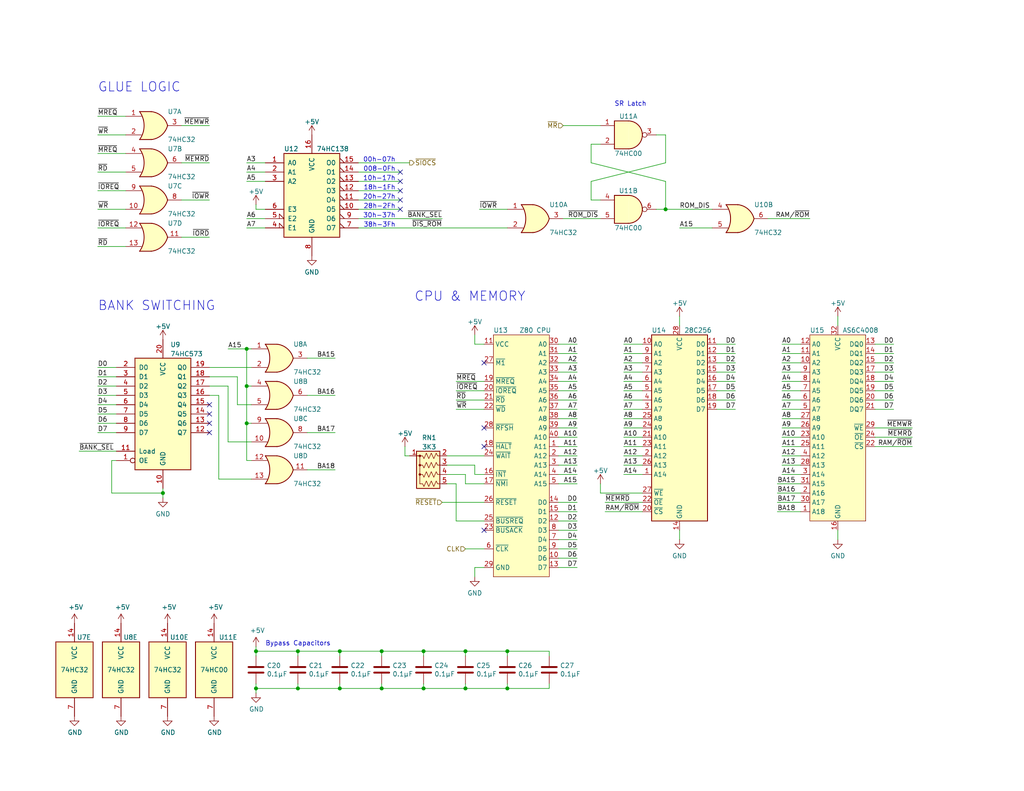
<source format=kicad_sch>
(kicad_sch (version 20211123) (generator eeschema)
  (paper "USLetter")
  (title_block (title "CPU, EEPROM, RAM & basic logic") (date "2022-10-02") (rev "1") (company "Frederic Segard - aka: The Micro Hobbyist") (comment 1 "Based on Grant Searle's design"))
  (lib_symbols
    (symbol "0_Z80_Library:AS6C4008"
      (property "Reference" "U" (at -7.62 0.635 0))
      (property "Value" "AS6C4008" (at 1.27 0.635 0))
      (symbol "AS6C4008_0_0"
        (pin power_in line (at 0 -53.34 90) (length 2.54) (name "GND") (number "16"))
        (pin power_in line (at 0 2.54 270) (length 2.54) (name "VCC") (number "32"))
      )
      (symbol "AS6C4008_1_1"
        (pin input line (at -10.16 -48.26 0) (length 2.54) (name "A18") (number "1"))
        (pin input line (at -10.16 -7.62 0) (length 2.54) (name "A2") (number "10"))
        (pin input line (at -10.16 -5.08 0) (length 2.54) (name "A1") (number "11"))
        (pin input line (at -10.16 -2.54 0) (length 2.54) (name "A0") (number "12"))
        (pin tri_state line (at 10.16 -2.54 180) (length 2.54) (name "DQ0") (number "13"))
        (pin tri_state line (at 10.16 -5.08 180) (length 2.54) (name "DQ1") (number "14"))
        (pin tri_state line (at 10.16 -7.62 180) (length 2.54) (name "DQ2") (number "15"))
        (pin tri_state line (at 10.16 -10.16 180) (length 2.54) (name "DQ3") (number "17"))
        (pin tri_state line (at 10.16 -12.7 180) (length 2.54) (name "DQ4") (number "18"))
        (pin tri_state line (at 10.16 -15.24 180) (length 2.54) (name "DQ5") (number "19"))
        (pin input line (at -10.16 -43.18 0) (length 2.54) (name "A16") (number "2"))
        (pin tri_state line (at 10.16 -17.78 180) (length 2.54) (name "DQ6") (number "20"))
        (pin tri_state line (at 10.16 -20.32 180) (length 2.54) (name "DQ7") (number "21"))
        (pin input line (at 10.16 -30.48 180) (length 2.54) (name "~{CS}") (number "22"))
        (pin input line (at -10.16 -27.94 0) (length 2.54) (name "A10") (number "23"))
        (pin input line (at 10.16 -27.94 180) (length 2.54) (name "~{OE}") (number "24"))
        (pin input line (at -10.16 -30.48 0) (length 2.54) (name "A11") (number "25"))
        (pin input line (at -10.16 -25.4 0) (length 2.54) (name "A9") (number "26"))
        (pin input line (at -10.16 -22.86 0) (length 2.54) (name "A8") (number "27"))
        (pin input line (at -10.16 -35.56 0) (length 2.54) (name "A13") (number "28"))
        (pin input line (at 10.16 -25.4 180) (length 2.54) (name "~{WE}") (number "29"))
        (pin input line (at -10.16 -38.1 0) (length 2.54) (name "A14") (number "3"))
        (pin input line (at -10.16 -45.72 0) (length 2.54) (name "A17") (number "30"))
        (pin input line (at -10.16 -40.64 0) (length 2.54) (name "A15") (number "31"))
        (pin input line (at -10.16 -33.02 0) (length 2.54) (name "A12") (number "4"))
        (pin input line (at -10.16 -20.32 0) (length 2.54) (name "A7") (number "5"))
        (pin input line (at -10.16 -17.78 0) (length 2.54) (name "A6") (number "6"))
        (pin input line (at -10.16 -15.24 0) (length 2.54) (name "A5") (number "7"))
        (pin input line (at -10.16 -12.7 0) (length 2.54) (name "A4") (number "8"))
        (pin input line (at -10.16 -10.16 0) (length 2.54) (name "A3") (number "9"))
      )
    )
    (symbol "0_Z80_Library:Z80 CPU"
      (property "Reference" "U" (at -7.62 1.27 0))
      (property "Value" "Z80 CPU" (at 7.62 1.27 0))
      (symbol "Z80 CPU_1_1"
        (pin output line (at 10.16 -30.48 180) (length 2.54) (name "A11") (number "1"))
        (pin bidirectional line (at 10.16 -60.96 180) (length 2.54) (name "D6") (number "10"))
        (pin power_in line (at -10.16 -2.54 0) (length 2.54) (name "VCC") (number "11"))
        (pin bidirectional line (at 10.16 -50.8 180) (length 2.54) (name "D2") (number "12"))
        (pin bidirectional line (at 10.16 -63.5 180) (length 2.54) (name "D7") (number "13"))
        (pin bidirectional line (at 10.16 -45.72 180) (length 2.54) (name "D0") (number "14"))
        (pin bidirectional line (at 10.16 -48.26 180) (length 2.54) (name "D1") (number "15"))
        (pin input line (at -10.16 -38.1 0) (length 2.54) (name "~{INT}") (number "16"))
        (pin input line (at -10.16 -40.64 0) (length 2.54) (name "~{NMI}") (number "17"))
        (pin output line (at -10.16 -30.48 0) (length 2.54) (name "~{HALT}") (number "18"))
        (pin output line (at -10.16 -12.7 0) (length 2.54) (name "~{MREQ}") (number "19"))
        (pin output line (at 10.16 -33.02 180) (length 2.54) (name "A12") (number "2"))
        (pin output line (at -10.16 -15.24 0) (length 2.54) (name "~{IOREQ}") (number "20"))
        (pin output line (at -10.16 -17.78 0) (length 2.54) (name "~{RD}") (number "21"))
        (pin output line (at -10.16 -20.32 0) (length 2.54) (name "~{WD}") (number "22"))
        (pin output line (at -10.16 -53.34 0) (length 2.54) (name "~{BUSACK}") (number "23"))
        (pin input line (at -10.16 -33.02 0) (length 2.54) (name "~{WAIT}") (number "24"))
        (pin input line (at -10.16 -50.8 0) (length 2.54) (name "~{BUSREQ}") (number "25"))
        (pin input line (at -10.16 -45.72 0) (length 2.54) (name "~{RESET}") (number "26"))
        (pin output line (at -10.16 -7.62 0) (length 2.54) (name "~{M1}") (number "27"))
        (pin output line (at -10.16 -25.4 0) (length 2.54) (name "~{RFSH}") (number "28"))
        (pin power_in line (at -10.16 -63.5 0) (length 2.54) (name "GND") (number "29"))
        (pin output line (at 10.16 -35.56 180) (length 2.54) (name "A13") (number "3"))
        (pin output line (at 10.16 -2.54 180) (length 2.54) (name "A0") (number "30"))
        (pin output line (at 10.16 -5.08 180) (length 2.54) (name "A1") (number "31"))
        (pin output line (at 10.16 -7.62 180) (length 2.54) (name "A2") (number "32"))
        (pin output line (at 10.16 -10.16 180) (length 2.54) (name "A3") (number "33"))
        (pin output line (at 10.16 -12.7 180) (length 2.54) (name "A4") (number "34"))
        (pin output line (at 10.16 -15.24 180) (length 2.54) (name "A5") (number "35"))
        (pin output line (at 10.16 -17.78 180) (length 2.54) (name "A6") (number "36"))
        (pin output line (at 10.16 -20.32 180) (length 2.54) (name "A7") (number "37"))
        (pin output line (at 10.16 -22.86 180) (length 2.54) (name "A8") (number "38"))
        (pin output line (at 10.16 -25.4 180) (length 2.54) (name "A9") (number "39"))
        (pin output line (at 10.16 -38.1 180) (length 2.54) (name "A14") (number "4"))
        (pin output line (at 10.16 -27.94 180) (length 2.54) (name "A10") (number "40"))
        (pin output line (at 10.16 -40.64 180) (length 2.54) (name "A15") (number "5"))
        (pin input line (at -10.16 -58.42 0) (length 2.54) (name "~{CLK}") (number "6"))
        (pin bidirectional line (at 10.16 -55.88 180) (length 2.54) (name "D4") (number "7"))
        (pin bidirectional line (at 10.16 -53.34 180) (length 2.54) (name "D3") (number "8"))
        (pin bidirectional line (at 10.16 -58.42 180) (length 2.54) (name "D5") (number "9"))
      )
    )
    (symbol "74xx:74HC00" (pin_names (offset 1.016))
      (property "Reference" "U" (at 0 1.27 0))
      (property "Value" "74HC00" (at 0 -1.27 0))
      (symbol "74HC00_1_1"
        (pin input line (at -7.62 2.54 0) (length 3.81) (name "~") (number "1"))
        (pin input line (at -7.62 -2.54 0) (length 3.81) (name "~") (number "2"))
        (pin output inverted (at 7.62 0 180) (length 3.81) (name "~") (number "3"))
      )
      (symbol "74HC00_1_2"
        (pin input inverted (at -7.62 2.54 0) (length 4.318) (name "~") (number "1"))
        (pin input inverted (at -7.62 -2.54 0) (length 4.318) (name "~") (number "2"))
        (pin output line (at 7.62 0 180) (length 3.81) (name "~") (number "3"))
      )
      (symbol "74HC00_2_1"
        (pin input line (at -7.62 2.54 0) (length 3.81) (name "~") (number "4"))
        (pin input line (at -7.62 -2.54 0) (length 3.81) (name "~") (number "5"))
        (pin output inverted (at 7.62 0 180) (length 3.81) (name "~") (number "6"))
      )
      (symbol "74HC00_2_2"
        (pin input inverted (at -7.62 2.54 0) (length 4.318) (name "~") (number "4"))
        (pin input inverted (at -7.62 -2.54 0) (length 4.318) (name "~") (number "5"))
        (pin output line (at 7.62 0 180) (length 3.81) (name "~") (number "6"))
      )
      (symbol "74HC00_3_1"
        (pin input line (at -7.62 -2.54 0) (length 3.81) (name "~") (number "10"))
        (pin output inverted (at 7.62 0 180) (length 3.81) (name "~") (number "8"))
        (pin input line (at -7.62 2.54 0) (length 3.81) (name "~") (number "9"))
      )
      (symbol "74HC00_3_2"
        (pin input inverted (at -7.62 -2.54 0) (length 4.318) (name "~") (number "10"))
        (pin output line (at 7.62 0 180) (length 3.81) (name "~") (number "8"))
        (pin input inverted (at -7.62 2.54 0) (length 4.318) (name "~") (number "9"))
      )
      (symbol "74HC00_4_1"
        (pin output inverted (at 7.62 0 180) (length 3.81) (name "~") (number "11"))
        (pin input line (at -7.62 2.54 0) (length 3.81) (name "~") (number "12"))
        (pin input line (at -7.62 -2.54 0) (length 3.81) (name "~") (number "13"))
      )
      (symbol "74HC00_4_2"
        (pin output line (at 7.62 0 180) (length 3.81) (name "~") (number "11"))
        (pin input inverted (at -7.62 2.54 0) (length 4.318) (name "~") (number "12"))
        (pin input inverted (at -7.62 -2.54 0) (length 4.318) (name "~") (number "13"))
      )
      (symbol "74HC00_5_0"
        (pin power_in line (at 0 12.7 270) (length 5.08) (name "VCC") (number "14"))
        (pin power_in line (at 0 -12.7 90) (length 5.08) (name "GND") (number "7"))
      )
    )
    (symbol "74xx:74LS138" (pin_names (offset 1.016))
      (property "Reference" "U" (at -7.62 11.43 0))
      (property "Value" "74LS138" (at -7.62 -13.97 0))
      (symbol "74LS138_1_0"
        (pin input line (at -12.7 7.62 0) (length 5.08) (name "A0") (number "1"))
        (pin output output_low (at 12.7 -5.08 180) (length 5.08) (name "O5") (number "10"))
        (pin output output_low (at 12.7 -2.54 180) (length 5.08) (name "O4") (number "11"))
        (pin output output_low (at 12.7 0 180) (length 5.08) (name "O3") (number "12"))
        (pin output output_low (at 12.7 2.54 180) (length 5.08) (name "O2") (number "13"))
        (pin output output_low (at 12.7 5.08 180) (length 5.08) (name "O1") (number "14"))
        (pin output output_low (at 12.7 7.62 180) (length 5.08) (name "O0") (number "15"))
        (pin power_in line (at 0 15.24 270) (length 5.08) (name "VCC") (number "16"))
        (pin input line (at -12.7 5.08 0) (length 5.08) (name "A1") (number "2"))
        (pin input line (at -12.7 2.54 0) (length 5.08) (name "A2") (number "3"))
        (pin input input_low (at -12.7 -10.16 0) (length 5.08) (name "E1") (number "4"))
        (pin input input_low (at -12.7 -7.62 0) (length 5.08) (name "E2") (number "5"))
        (pin input line (at -12.7 -5.08 0) (length 5.08) (name "E3") (number "6"))
        (pin output output_low (at 12.7 -10.16 180) (length 5.08) (name "O7") (number "7"))
        (pin power_in line (at 0 -17.78 90) (length 5.08) (name "GND") (number "8"))
        (pin output output_low (at 12.7 -7.62 180) (length 5.08) (name "O6") (number "9"))
      )
    )
    (symbol "74xx:74LS32" (pin_names (offset 1.016))
      (property "Reference" "U" (at 0 1.27 0))
      (property "Value" "74LS32" (at 0 -1.27 0))
      (symbol "74LS32_1_1"
        (pin input line (at -7.62 2.54 0) (length 4.318) (name "~") (number "1"))
        (pin input line (at -7.62 -2.54 0) (length 4.318) (name "~") (number "2"))
        (pin output line (at 7.62 0 180) (length 3.81) (name "~") (number "3"))
      )
      (symbol "74LS32_1_2"
        (pin input inverted (at -7.62 2.54 0) (length 3.81) (name "~") (number "1"))
        (pin input inverted (at -7.62 -2.54 0) (length 3.81) (name "~") (number "2"))
        (pin output inverted (at 7.62 0 180) (length 3.81) (name "~") (number "3"))
      )
      (symbol "74LS32_2_1"
        (pin input line (at -7.62 2.54 0) (length 4.318) (name "~") (number "4"))
        (pin input line (at -7.62 -2.54 0) (length 4.318) (name "~") (number "5"))
        (pin output line (at 7.62 0 180) (length 3.81) (name "~") (number "6"))
      )
      (symbol "74LS32_2_2"
        (pin input inverted (at -7.62 2.54 0) (length 3.81) (name "~") (number "4"))
        (pin input inverted (at -7.62 -2.54 0) (length 3.81) (name "~") (number "5"))
        (pin output inverted (at 7.62 0 180) (length 3.81) (name "~") (number "6"))
      )
      (symbol "74LS32_3_1"
        (pin input line (at -7.62 -2.54 0) (length 4.318) (name "~") (number "10"))
        (pin output line (at 7.62 0 180) (length 3.81) (name "~") (number "8"))
        (pin input line (at -7.62 2.54 0) (length 4.318) (name "~") (number "9"))
      )
      (symbol "74LS32_3_2"
        (pin input inverted (at -7.62 -2.54 0) (length 3.81) (name "~") (number "10"))
        (pin output inverted (at 7.62 0 180) (length 3.81) (name "~") (number "8"))
        (pin input inverted (at -7.62 2.54 0) (length 3.81) (name "~") (number "9"))
      )
      (symbol "74LS32_4_1"
        (pin output line (at 7.62 0 180) (length 3.81) (name "~") (number "11"))
        (pin input line (at -7.62 2.54 0) (length 4.318) (name "~") (number "12"))
        (pin input line (at -7.62 -2.54 0) (length 4.318) (name "~") (number "13"))
      )
      (symbol "74LS32_4_2"
        (pin output inverted (at 7.62 0 180) (length 3.81) (name "~") (number "11"))
        (pin input inverted (at -7.62 2.54 0) (length 3.81) (name "~") (number "12"))
        (pin input inverted (at -7.62 -2.54 0) (length 3.81) (name "~") (number "13"))
      )
      (symbol "74LS32_5_0"
        (pin power_in line (at 0 12.7 270) (length 5.08) (name "VCC") (number "14"))
        (pin power_in line (at 0 -12.7 90) (length 5.08) (name "GND") (number "7"))
      )
    )
    (symbol "74xx:74LS573" (pin_names (offset 1.016))
      (property "Reference" "U" (at -7.62 16.51 0))
      (property "Value" "74LS573" (at -7.62 -16.51 0))
      (symbol "74LS573_1_0"
        (pin input inverted (at -12.7 -12.7 0) (length 5.08) (name "OE") (number "1"))
        (pin power_in line (at 0 -20.32 90) (length 5.08) (name "GND") (number "10"))
        (pin input line (at -12.7 -10.16 0) (length 5.08) (name "Load") (number "11"))
        (pin tri_state line (at 12.7 -5.08 180) (length 5.08) (name "Q7") (number "12"))
        (pin tri_state line (at 12.7 -2.54 180) (length 5.08) (name "Q6") (number "13"))
        (pin tri_state line (at 12.7 0 180) (length 5.08) (name "Q5") (number "14"))
        (pin tri_state line (at 12.7 2.54 180) (length 5.08) (name "Q4") (number "15"))
        (pin tri_state line (at 12.7 5.08 180) (length 5.08) (name "Q3") (number "16"))
        (pin tri_state line (at 12.7 7.62 180) (length 5.08) (name "Q2") (number "17"))
        (pin tri_state line (at 12.7 10.16 180) (length 5.08) (name "Q1") (number "18"))
        (pin tri_state line (at 12.7 12.7 180) (length 5.08) (name "Q0") (number "19"))
        (pin input line (at -12.7 12.7 0) (length 5.08) (name "D0") (number "2"))
        (pin power_in line (at 0 20.32 270) (length 5.08) (name "VCC") (number "20"))
        (pin input line (at -12.7 10.16 0) (length 5.08) (name "D1") (number "3"))
        (pin input line (at -12.7 7.62 0) (length 5.08) (name "D2") (number "4"))
        (pin input line (at -12.7 5.08 0) (length 5.08) (name "D3") (number "5"))
        (pin input line (at -12.7 2.54 0) (length 5.08) (name "D4") (number "6"))
        (pin input line (at -12.7 0 0) (length 5.08) (name "D5") (number "7"))
        (pin input line (at -12.7 -2.54 0) (length 5.08) (name "D6") (number "8"))
        (pin input line (at -12.7 -5.08 0) (length 5.08) (name "D7") (number "9"))
      )
    )
    (symbol "Device:C" (pin_numbers hide) (pin_names (offset 0.254))
      (property "Reference" "C" (at 0.635 2.54 0))
      (property "Value" "C" (at 0.635 -2.54 0))
      (symbol "C_1_1"
        (pin passive line (at 0 3.81 270) (length 2.794) (name "~") (number "1"))
        (pin passive line (at 0 -3.81 90) (length 2.794) (name "~") (number "2"))
      )
    )
    (symbol "Device:R_Network04_US" (pin_names (offset 0) hide)
      (property "Reference" "RN" (at -7.62 0 90))
      (property "Value" "R_Network04_US" (at 5.08 0 90))
      (symbol "R_Network04_US_1_1"
        (pin passive line (at -5.08 5.08 270) (length 2.54) (name "common") (number "1"))
        (pin passive line (at -5.08 -5.08 90) (length 1.27) (name "R1") (number "2"))
        (pin passive line (at -2.54 -5.08 90) (length 1.27) (name "R2") (number "3"))
        (pin passive line (at 0 -5.08 90) (length 1.27) (name "R3") (number "4"))
        (pin passive line (at 2.54 -5.08 90) (length 1.27) (name "R4") (number "5"))
      )
    )
    (symbol "Memory_EEPROM:28C256"
      (property "Reference" "U" (at -7.62 26.67 0))
      (property "Value" "28C256" (at 2.54 -26.67 0))
      (symbol "28C256_1_1"
        (pin input line (at -10.16 -12.7 0) (length 2.54) (name "A14") (number "1"))
        (pin input line (at -10.16 22.86 0) (length 2.54) (name "A0") (number "10"))
        (pin tri_state line (at 10.16 22.86 180) (length 2.54) (name "D0") (number "11"))
        (pin tri_state line (at 10.16 20.32 180) (length 2.54) (name "D1") (number "12"))
        (pin tri_state line (at 10.16 17.78 180) (length 2.54) (name "D2") (number "13"))
        (pin power_in line (at 0 -27.94 90) (length 2.54) (name "GND") (number "14"))
        (pin tri_state line (at 10.16 15.24 180) (length 2.54) (name "D3") (number "15"))
        (pin tri_state line (at 10.16 12.7 180) (length 2.54) (name "D4") (number "16"))
        (pin tri_state line (at 10.16 10.16 180) (length 2.54) (name "D5") (number "17"))
        (pin tri_state line (at 10.16 7.62 180) (length 2.54) (name "D6") (number "18"))
        (pin tri_state line (at 10.16 5.08 180) (length 2.54) (name "D7") (number "19"))
        (pin input line (at -10.16 -7.62 0) (length 2.54) (name "A12") (number "2"))
        (pin input line (at -10.16 -22.86 0) (length 2.54) (name "~{CS}") (number "20"))
        (pin input line (at -10.16 -2.54 0) (length 2.54) (name "A10") (number "21"))
        (pin input line (at -10.16 -20.32 0) (length 2.54) (name "~{OE}") (number "22"))
        (pin input line (at -10.16 -5.08 0) (length 2.54) (name "A11") (number "23"))
        (pin input line (at -10.16 0 0) (length 2.54) (name "A9") (number "24"))
        (pin input line (at -10.16 2.54 0) (length 2.54) (name "A8") (number "25"))
        (pin input line (at -10.16 -10.16 0) (length 2.54) (name "A13") (number "26"))
        (pin input line (at -10.16 -17.78 0) (length 2.54) (name "~{WE}") (number "27"))
        (pin power_in line (at 0 27.94 270) (length 2.54) (name "VCC") (number "28"))
        (pin input line (at -10.16 5.08 0) (length 2.54) (name "A7") (number "3"))
        (pin input line (at -10.16 7.62 0) (length 2.54) (name "A6") (number "4"))
        (pin input line (at -10.16 10.16 0) (length 2.54) (name "A5") (number "5"))
        (pin input line (at -10.16 12.7 0) (length 2.54) (name "A4") (number "6"))
        (pin input line (at -10.16 15.24 0) (length 2.54) (name "A3") (number "7"))
        (pin input line (at -10.16 17.78 0) (length 2.54) (name "A2") (number "8"))
        (pin input line (at -10.16 20.32 0) (length 2.54) (name "A1") (number "9"))
      )
    )
    (symbol "power:+5V" (power) (pin_names (offset 0))
      (property "Value" "+5V" (at 0 3.556 0))
      (symbol "+5V_1_1"
        (pin power_in line (at 0 0 90) (length 0) hide (name "+5V") (number "1"))
      )
    )
    (symbol "power:GND" (power) (pin_names (offset 0))
      (property "Value" "GND" (at 0 -3.81 0))
      (symbol "GND_1_1"
        (pin power_in line (at 0 0 270) (length 0) hide (name "GND") (number "1"))
      )
    )
  )
  (junction (at 44.45 134.62))
  (junction (at 138.43 177.8))
  (junction (at 92.71 187.96))
  (junction (at 81.28 187.96))
  (junction (at 67.31 115.57))
  (junction (at 115.57 187.96))
  (junction (at 92.71 177.8))
  (junction (at 127 187.96))
  (junction (at 181.61 57.15))
  (junction (at 67.31 95.25))
  (junction (at 138.43 187.96))
  (junction (at 69.85 177.8))
  (junction (at 81.28 177.8))
  (junction (at 127 177.8))
  (junction (at 69.85 187.96))
  (junction (at 115.57 177.8))
  (junction (at 104.14 187.96))
  (junction (at 67.31 105.41))
  (junction (at 104.14 177.8))
  (no_connect (at 132.08 99.06))
  (no_connect (at 132.08 121.92))
  (no_connect (at 132.08 144.78))
  (no_connect (at 57.15 113.03))
  (no_connect (at 57.15 115.57))
  (no_connect (at 57.15 118.11))
  (no_connect (at 57.15 110.49))
  (no_connect (at 109.22 57.15))
  (no_connect (at 109.22 46.99))
  (no_connect (at 109.22 52.07))
  (no_connect (at 109.22 54.61))
  (no_connect (at 132.08 116.84))
  (no_connect (at 109.22 49.53))
  (wire (pts (xy 218.44 121.92) (xy 213.36 121.92)))
  (wire (pts (xy 228.6 144.78) (xy 228.6 147.32)))
  (wire (pts (xy 121.92 124.46) (xy 132.08 124.46)))
  (wire (pts (xy 67.31 95.25) (xy 67.31 105.41)))
  (wire (pts (xy 67.31 105.41) (xy 67.31 115.57)))
  (wire (pts (xy 149.86 177.8) (xy 138.43 177.8)))
  (wire (pts (xy 104.14 177.8) (xy 92.71 177.8)))
  (wire (pts (xy 175.26 119.38) (xy 170.18 119.38)))
  (wire (pts (xy 175.26 127) (xy 170.18 127)))
  (wire (pts (xy 149.86 186.69) (xy 149.86 187.96)))
  (wire (pts (xy 81.28 186.69) (xy 81.28 187.96)))
  (wire (pts (xy 127 129.54) (xy 127 132.08)))
  (wire (pts (xy 62.23 120.65) (xy 62.23 105.41)))
  (wire (pts (xy 152.4 154.94) (xy 157.48 154.94)))
  (wire (pts (xy 138.43 177.8) (xy 127 177.8)))
  (wire (pts (xy 129.54 129.54) (xy 132.08 129.54)))
  (wire (pts (xy 175.26 121.92) (xy 170.18 121.92)))
  (wire (pts (xy 129.54 127) (xy 129.54 129.54)))
  (wire (pts (xy 83.82 118.11) (xy 91.44 118.11)))
  (wire (pts (xy 238.76 93.98) (xy 243.84 93.98)))
  (wire (pts (xy 218.44 109.22) (xy 213.36 109.22)))
  (wire (pts (xy 152.4 109.22) (xy 157.48 109.22)))
  (wire (pts (xy 121.92 132.08) (xy 124.46 132.08)))
  (wire (pts (xy 175.26 96.52) (xy 170.18 96.52)))
  (wire (pts (xy 59.69 130.81) (xy 59.69 107.95)))
  (wire (pts (xy 181.61 44.45) (xy 161.29 49.53)))
  (wire (pts (xy 49.53 44.45) (xy 57.15 44.45)))
  (wire (pts (xy 195.58 93.98) (xy 200.66 93.98)))
  (wire (pts (xy 26.67 113.03) (xy 31.75 113.03)))
  (wire (pts (xy 67.31 59.69) (xy 72.39 59.69)))
  (wire (pts (xy 69.85 187.96) (xy 81.28 187.96)))
  (wire (pts (xy 97.79 57.15) (xy 109.22 57.15)))
  (wire (pts (xy 212.09 134.62) (xy 218.44 134.62)))
  (wire (pts (xy 175.26 116.84) (xy 170.18 116.84)))
  (wire (pts (xy 238.76 121.92) (xy 248.92 121.92)))
  (wire (pts (xy 153.67 34.29) (xy 163.83 34.29)))
  (wire (pts (xy 238.76 111.76) (xy 243.84 111.76)))
  (wire (pts (xy 163.83 54.61) (xy 161.29 54.61)))
  (wire (pts (xy 30.48 125.73) (xy 30.48 134.62)))
  (wire (pts (xy 152.4 149.86) (xy 157.48 149.86)))
  (wire (pts (xy 181.61 49.53) (xy 161.29 44.45)))
  (wire (pts (xy 97.79 54.61) (xy 109.22 54.61)))
  (wire (pts (xy 238.76 116.84) (xy 248.92 116.84)))
  (wire (pts (xy 26.67 31.75) (xy 34.29 31.75)))
  (wire (pts (xy 97.79 62.23) (xy 138.43 62.23)))
  (wire (pts (xy 175.26 111.76) (xy 170.18 111.76)))
  (wire (pts (xy 238.76 104.14) (xy 243.84 104.14)))
  (wire (pts (xy 127 149.86) (xy 132.08 149.86)))
  (wire (pts (xy 195.58 96.52) (xy 200.66 96.52)))
  (wire (pts (xy 83.82 128.27) (xy 91.44 128.27)))
  (wire (pts (xy 130.81 57.15) (xy 138.43 57.15)))
  (wire (pts (xy 69.85 177.8) (xy 69.85 179.07)))
  (wire (pts (xy 92.71 187.96) (xy 104.14 187.96)))
  (wire (pts (xy 83.82 97.79) (xy 91.44 97.79)))
  (wire (pts (xy 81.28 177.8) (xy 69.85 177.8)))
  (wire (pts (xy 120.65 137.16) (xy 132.08 137.16)))
  (wire (pts (xy 195.58 109.22) (xy 200.66 109.22)))
  (wire (pts (xy 218.44 111.76) (xy 213.36 111.76)))
  (wire (pts (xy 31.75 125.73) (xy 30.48 125.73)))
  (wire (pts (xy 195.58 111.76) (xy 200.66 111.76)))
  (wire (pts (xy 127 177.8) (xy 115.57 177.8)))
  (wire (pts (xy 124.46 132.08) (xy 124.46 142.24)))
  (wire (pts (xy 129.54 154.94) (xy 129.54 157.48)))
  (wire (pts (xy 152.4 132.08) (xy 157.48 132.08)))
  (wire (pts (xy 152.4 144.78) (xy 157.48 144.78)))
  (wire (pts (xy 163.83 134.62) (xy 175.26 134.62)))
  (wire (pts (xy 163.83 39.37) (xy 161.29 39.37)))
  (wire (pts (xy 175.26 124.46) (xy 170.18 124.46)))
  (wire (pts (xy 152.4 111.76) (xy 157.48 111.76)))
  (wire (pts (xy 138.43 179.07) (xy 138.43 177.8)))
  (wire (pts (xy 218.44 127) (xy 213.36 127)))
  (wire (pts (xy 92.71 186.69) (xy 92.71 187.96)))
  (wire (pts (xy 69.85 187.96) (xy 69.85 189.23)))
  (wire (pts (xy 152.4 96.52) (xy 157.48 96.52)))
  (wire (pts (xy 218.44 129.54) (xy 213.36 129.54)))
  (wire (pts (xy 161.29 49.53) (xy 161.29 54.61)))
  (wire (pts (xy 152.4 127) (xy 157.48 127)))
  (wire (pts (xy 67.31 105.41) (xy 68.58 105.41)))
  (wire (pts (xy 59.69 107.95) (xy 57.15 107.95)))
  (wire (pts (xy 92.71 179.07) (xy 92.71 177.8)))
  (wire (pts (xy 67.31 62.23) (xy 72.39 62.23)))
  (wire (pts (xy 26.67 100.33) (xy 31.75 100.33)))
  (wire (pts (xy 218.44 96.52) (xy 213.36 96.52)))
  (wire (pts (xy 69.85 55.88) (xy 69.85 57.15)))
  (wire (pts (xy 104.14 187.96) (xy 115.57 187.96)))
  (wire (pts (xy 175.26 93.98) (xy 170.18 93.98)))
  (wire (pts (xy 124.46 106.68) (xy 132.08 106.68)))
  (wire (pts (xy 218.44 116.84) (xy 213.36 116.84)))
  (wire (pts (xy 30.48 134.62) (xy 44.45 134.62)))
  (wire (pts (xy 152.4 147.32) (xy 157.48 147.32)))
  (wire (pts (xy 26.67 57.15) (xy 34.29 57.15)))
  (wire (pts (xy 185.42 62.23) (xy 194.31 62.23)))
  (wire (pts (xy 238.76 101.6) (xy 243.84 101.6)))
  (wire (pts (xy 238.76 96.52) (xy 243.84 96.52)))
  (wire (pts (xy 49.53 64.77) (xy 57.15 64.77)))
  (wire (pts (xy 72.39 57.15) (xy 69.85 57.15)))
  (wire (pts (xy 111.76 124.46) (xy 110.49 124.46)))
  (wire (pts (xy 97.79 44.45) (xy 111.76 44.45)))
  (wire (pts (xy 67.31 115.57) (xy 68.58 115.57)))
  (wire (pts (xy 127 187.96) (xy 138.43 187.96)))
  (wire (pts (xy 92.71 177.8) (xy 81.28 177.8)))
  (wire (pts (xy 64.77 102.87) (xy 57.15 102.87)))
  (wire (pts (xy 26.67 62.23) (xy 34.29 62.23)))
  (wire (pts (xy 218.44 93.98) (xy 213.36 93.98)))
  (wire (pts (xy 26.67 118.11) (xy 31.75 118.11)))
  (wire (pts (xy 62.23 120.65) (xy 68.58 120.65)))
  (wire (pts (xy 115.57 179.07) (xy 115.57 177.8)))
  (wire (pts (xy 175.26 104.14) (xy 170.18 104.14)))
  (wire (pts (xy 67.31 125.73) (xy 68.58 125.73)))
  (wire (pts (xy 44.45 134.62) (xy 44.45 135.89)))
  (wire (pts (xy 129.54 91.44) (xy 129.54 93.98)))
  (wire (pts (xy 97.79 49.53) (xy 109.22 49.53)))
  (wire (pts (xy 124.46 104.14) (xy 132.08 104.14)))
  (wire (pts (xy 152.4 152.4) (xy 157.48 152.4)))
  (wire (pts (xy 175.26 129.54) (xy 170.18 129.54)))
  (wire (pts (xy 195.58 106.68) (xy 200.66 106.68)))
  (wire (pts (xy 26.67 41.91) (xy 34.29 41.91)))
  (wire (pts (xy 62.23 95.25) (xy 67.31 95.25)))
  (wire (pts (xy 49.53 34.29) (xy 57.15 34.29)))
  (wire (pts (xy 44.45 134.62) (xy 44.45 133.35)))
  (wire (pts (xy 218.44 99.06) (xy 213.36 99.06)))
  (wire (pts (xy 179.07 36.83) (xy 181.61 36.83)))
  (wire (pts (xy 238.76 109.22) (xy 243.84 109.22)))
  (wire (pts (xy 138.43 186.69) (xy 138.43 187.96)))
  (wire (pts (xy 124.46 109.22) (xy 132.08 109.22)))
  (wire (pts (xy 67.31 44.45) (xy 72.39 44.45)))
  (wire (pts (xy 26.67 105.41) (xy 31.75 105.41)))
  (wire (pts (xy 26.67 115.57) (xy 31.75 115.57)))
  (wire (pts (xy 115.57 187.96) (xy 127 187.96)))
  (wire (pts (xy 26.67 67.31) (xy 34.29 67.31)))
  (wire (pts (xy 195.58 99.06) (xy 200.66 99.06)))
  (wire (pts (xy 181.61 57.15) (xy 194.31 57.15)))
  (wire (pts (xy 238.76 99.06) (xy 243.84 99.06)))
  (wire (pts (xy 181.61 49.53) (xy 181.61 57.15)))
  (wire (pts (xy 121.92 129.54) (xy 127 129.54)))
  (wire (pts (xy 212.09 132.08) (xy 218.44 132.08)))
  (wire (pts (xy 26.67 102.87) (xy 31.75 102.87)))
  (wire (pts (xy 149.86 179.07) (xy 149.86 177.8)))
  (wire (pts (xy 124.46 111.76) (xy 132.08 111.76)))
  (wire (pts (xy 67.31 115.57) (xy 67.31 125.73)))
  (wire (pts (xy 127 132.08) (xy 132.08 132.08)))
  (wire (pts (xy 152.4 142.24) (xy 157.48 142.24)))
  (wire (pts (xy 175.26 101.6) (xy 170.18 101.6)))
  (wire (pts (xy 49.53 54.61) (xy 57.15 54.61)))
  (wire (pts (xy 175.26 99.06) (xy 170.18 99.06)))
  (wire (pts (xy 175.26 106.68) (xy 170.18 106.68)))
  (wire (pts (xy 218.44 119.38) (xy 213.36 119.38)))
  (wire (pts (xy 132.08 154.94) (xy 129.54 154.94)))
  (wire (pts (xy 59.69 130.81) (xy 68.58 130.81)))
  (wire (pts (xy 181.61 36.83) (xy 181.61 44.45)))
  (wire (pts (xy 110.49 121.92) (xy 110.49 124.46)))
  (wire (pts (xy 127 179.07) (xy 127 177.8)))
  (wire (pts (xy 161.29 39.37) (xy 161.29 44.45)))
  (wire (pts (xy 152.4 116.84) (xy 157.48 116.84)))
  (wire (pts (xy 97.79 46.99) (xy 109.22 46.99)))
  (wire (pts (xy 195.58 104.14) (xy 200.66 104.14)))
  (wire (pts (xy 62.23 105.41) (xy 57.15 105.41)))
  (wire (pts (xy 152.4 104.14) (xy 157.48 104.14)))
  (wire (pts (xy 185.42 86.36) (xy 185.42 88.9)))
  (wire (pts (xy 152.4 106.68) (xy 157.48 106.68)))
  (wire (pts (xy 152.4 119.38) (xy 157.48 119.38)))
  (wire (pts (xy 97.79 52.07) (xy 109.22 52.07)))
  (wire (pts (xy 153.67 59.69) (xy 163.83 59.69)))
  (wire (pts (xy 238.76 119.38) (xy 248.92 119.38)))
  (wire (pts (xy 81.28 187.96) (xy 92.71 187.96)))
  (wire (pts (xy 115.57 177.8) (xy 104.14 177.8)))
  (wire (pts (xy 64.77 110.49) (xy 68.58 110.49)))
  (wire (pts (xy 83.82 107.95) (xy 91.44 107.95)))
  (wire (pts (xy 21.59 123.19) (xy 31.75 123.19)))
  (wire (pts (xy 218.44 104.14) (xy 213.36 104.14)))
  (wire (pts (xy 152.4 121.92) (xy 157.48 121.92)))
  (wire (pts (xy 138.43 187.96) (xy 149.86 187.96)))
  (wire (pts (xy 69.85 176.53) (xy 69.85 177.8)))
  (wire (pts (xy 115.57 186.69) (xy 115.57 187.96)))
  (wire (pts (xy 124.46 142.24) (xy 132.08 142.24)))
  (wire (pts (xy 218.44 101.6) (xy 213.36 101.6)))
  (wire (pts (xy 218.44 114.3) (xy 213.36 114.3)))
  (wire (pts (xy 152.4 124.46) (xy 157.48 124.46)))
  (wire (pts (xy 97.79 59.69) (xy 120.65 59.69)))
  (wire (pts (xy 26.67 110.49) (xy 31.75 110.49)))
  (wire (pts (xy 127 186.69) (xy 127 187.96)))
  (wire (pts (xy 185.42 144.78) (xy 185.42 147.32)))
  (wire (pts (xy 104.14 179.07) (xy 104.14 177.8)))
  (wire (pts (xy 67.31 95.25) (xy 68.58 95.25)))
  (wire (pts (xy 57.15 100.33) (xy 68.58 100.33)))
  (wire (pts (xy 26.67 36.83) (xy 34.29 36.83)))
  (wire (pts (xy 26.67 52.07) (xy 34.29 52.07)))
  (wire (pts (xy 104.14 186.69) (xy 104.14 187.96)))
  (wire (pts (xy 152.4 139.7) (xy 157.48 139.7)))
  (wire (pts (xy 26.67 107.95) (xy 31.75 107.95)))
  (wire (pts (xy 195.58 101.6) (xy 200.66 101.6)))
  (wire (pts (xy 175.26 109.22) (xy 170.18 109.22)))
  (wire (pts (xy 218.44 106.68) (xy 213.36 106.68)))
  (wire (pts (xy 152.4 114.3) (xy 157.48 114.3)))
  (wire (pts (xy 26.67 46.99) (xy 34.29 46.99)))
  (wire (pts (xy 238.76 106.68) (xy 243.84 106.68)))
  (wire (pts (xy 212.09 139.7) (xy 218.44 139.7)))
  (wire (pts (xy 212.09 137.16) (xy 218.44 137.16)))
  (wire (pts (xy 165.1 137.16) (xy 175.26 137.16)))
  (wire (pts (xy 152.4 137.16) (xy 157.48 137.16)))
  (wire (pts (xy 67.31 46.99) (xy 72.39 46.99)))
  (wire (pts (xy 152.4 129.54) (xy 157.48 129.54)))
  (wire (pts (xy 81.28 179.07) (xy 81.28 177.8)))
  (wire (pts (xy 209.55 59.69) (xy 220.98 59.69)))
  (wire (pts (xy 152.4 99.06) (xy 157.48 99.06)))
  (wire (pts (xy 163.83 132.08) (xy 163.83 134.62)))
  (wire (pts (xy 121.92 127) (xy 129.54 127)))
  (wire (pts (xy 179.07 57.15) (xy 181.61 57.15)))
  (wire (pts (xy 69.85 186.69) (xy 69.85 187.96)))
  (wire (pts (xy 67.31 49.53) (xy 72.39 49.53)))
  (wire (pts (xy 165.1 139.7) (xy 175.26 139.7)))
  (wire (pts (xy 152.4 101.6) (xy 157.48 101.6)))
  (wire (pts (xy 132.08 93.98) (xy 129.54 93.98)))
  (wire (pts (xy 218.44 124.46) (xy 213.36 124.46)))
  (wire (pts (xy 228.6 86.36) (xy 228.6 88.9)))
  (wire (pts (xy 64.77 110.49) (xy 64.77 102.87)))
  (wire (pts (xy 175.26 114.3) (xy 170.18 114.3)))
  (wire (pts (xy 152.4 93.98) (xy 157.48 93.98)))
  (text "00h-07h" (at 107.95 44.45 180) (effects (font (size 1.27 1.27)) (justify right bottom)))
  (text "008-0Fh" (at 107.95 46.99 180) (effects (font (size 1.27 1.27)) (justify right bottom)))
  (text "GLUE LOGIC" (at 26.67 25.4 0) (effects (font (size 2.54 2.54)) (justify left bottom)))
  (text "Bypass Capacitors" (at 72.39 176.53 0) (effects (font (size 1.27 1.27)) (justify left bottom)))
  (text "SR Latch" (at 167.64 29.21 0) (effects (font (size 1.27 1.27)) (justify left bottom)))
  (text "28h-2Fh" (at 107.95 57.15 180) (effects (font (size 1.27 1.27)) (justify right bottom)))
  (text "30h-37h" (at 107.95 59.69 180) (effects (font (size 1.27 1.27)) (justify right bottom)))
  (text "38h-3Fh" (at 107.95 62.23 180) (effects (font (size 1.27 1.27)) (justify right bottom)))
  (text "10h-17h" (at 107.95 49.53 180) (effects (font (size 1.27 1.27)) (justify right bottom)))
  (text "BANK SWITCHING" (at 26.67 85.09 0) (effects (font (size 2.54 2.54)) (justify left bottom)))
  (text "CPU & MEMORY" (at 113.03 82.55 0) (effects (font (size 2.54 2.54)) (justify left bottom)))
  (text "20h-27h" (at 107.95 54.61 180) (effects (font (size 1.27 1.27)) (justify right bottom)))
  (text "18h-1Fh" (at 107.95 52.07 180) (effects (font (size 1.27 1.27)) (justify right bottom)))
  (label "D7" (at 200.66 111.76 180))
  (label "~{IORD}" (at 57.15 64.77 180))
  (label "A3" (at 67.31 44.45 0))
  (label "A1" (at 213.36 96.52 0))
  (label "D6" (at 157.48 152.4 180))
  (label "~{BANK_SEL}" (at 120.65 59.69 180))
  (label "A0" (at 157.48 93.98 180))
  (label "A6" (at 157.48 109.22 180))
  (label "A9" (at 170.18 116.84 0))
  (label "~{MREQ}" (at 124.46 104.14 0))
  (label "~{WR}" (at 124.46 111.76 0))
  (label "D0" (at 243.84 93.98 180))
  (label "D7" (at 243.84 111.76 180))
  (label "RAM{slash}~{ROM}" (at 220.98 59.69 180))
  (label "A3" (at 213.36 101.6 0))
  (label "~{MEMRD}" (at 248.92 119.38 180))
  (label "~{IOWR}" (at 130.81 57.15 0))
  (label "~{ROM_DIS}" (at 154.94 59.69 0))
  (label "D1" (at 26.67 102.87 0))
  (label "~{MREQ}" (at 26.67 41.91 0))
  (label "~{MEMWR}" (at 248.92 116.84 180))
  (label "A6" (at 170.18 109.22 0))
  (label "~{RD}" (at 124.46 109.22 0))
  (label "D0" (at 26.67 100.33 0))
  (label "D6" (at 200.66 109.22 180))
  (label "A15" (at 157.48 132.08 180))
  (label "A1" (at 170.18 96.52 0))
  (label "BA16" (at 212.09 134.62 0))
  (label "A4" (at 157.48 104.14 180))
  (label "A11" (at 157.48 121.92 180))
  (label "D4" (at 200.66 104.14 180))
  (label "~{IOWR}" (at 57.15 54.61 180))
  (label "BA18" (at 212.09 139.7 0))
  (label "~{MEMRD}" (at 165.1 137.16 0))
  (label "A5" (at 157.48 106.68 180))
  (label "BA17" (at 212.09 137.16 0))
  (label "D3" (at 200.66 101.6 180))
  (label "~{WR}" (at 26.67 57.15 0))
  (label "~{RD}" (at 26.67 67.31 0))
  (label "~{BANK_SEL}" (at 21.59 123.19 0))
  (label "A12" (at 170.18 124.46 0))
  (label "A4" (at 213.36 104.14 0))
  (label "A8" (at 213.36 114.3 0))
  (label "A4" (at 170.18 104.14 0))
  (label "A14" (at 157.48 129.54 180))
  (label "BA15" (at 212.09 132.08 0))
  (label "A14" (at 213.36 129.54 0))
  (label "~{WR}" (at 26.67 36.83 0))
  (label "D5" (at 243.84 106.68 180))
  (label "A9" (at 213.36 116.84 0))
  (label "~{RD}" (at 26.67 46.99 0))
  (label "A15" (at 62.23 95.25 0))
  (label "A2" (at 157.48 99.06 180))
  (label "D4" (at 243.84 104.14 180))
  (label "A10" (at 170.18 119.38 0))
  (label "A2" (at 213.36 99.06 0))
  (label "A3" (at 170.18 101.6 0))
  (label "D1" (at 200.66 96.52 180))
  (label "A7" (at 170.18 111.76 0))
  (label "D4" (at 157.48 147.32 180))
  (label "A11" (at 170.18 121.92 0))
  (label "BA15" (at 91.44 97.79 180))
  (label "A5" (at 67.31 49.53 0))
  (label "BA18" (at 91.44 128.27 180))
  (label "~{IOREQ}" (at 124.46 106.68 0))
  (label "D5" (at 200.66 106.68 180))
  (label "A3" (at 157.48 101.6 180))
  (label "A15" (at 185.42 62.23 0))
  (label "BA17" (at 91.44 118.11 180))
  (label "A13" (at 170.18 127 0))
  (label "A5" (at 213.36 106.68 0))
  (label "D6" (at 26.67 115.57 0))
  (label "~{MREQ}" (at 26.67 31.75 0))
  (label "D2" (at 200.66 99.06 180))
  (label "A9" (at 157.48 116.84 180))
  (label "A0" (at 213.36 93.98 0))
  (label "~{IOREQ}" (at 26.67 62.23 0))
  (label "BA16" (at 91.44 107.95 180))
  (label "D1" (at 243.84 96.52 180))
  (label "D2" (at 26.67 105.41 0))
  (label "A4" (at 67.31 46.99 0))
  (label "A11" (at 213.36 121.92 0))
  (label "D1" (at 157.48 139.7 180))
  (label "A10" (at 157.48 119.38 180))
  (label "D3" (at 243.84 101.6 180))
  (label "~{MEMWR}" (at 57.15 34.29 180))
  (label "A12" (at 157.48 124.46 180))
  (label "A7" (at 157.48 111.76 180))
  (label "RAM{slash}~{ROM}" (at 248.92 121.92 180))
  (label "D7" (at 157.48 154.94 180))
  (label "A12" (at 213.36 124.46 0))
  (label "D2" (at 243.84 99.06 180))
  (label "A7" (at 213.36 111.76 0))
  (label "D7" (at 26.67 118.11 0))
  (label "A1" (at 157.48 96.52 180))
  (label "A7" (at 67.31 62.23 0))
  (label "A13" (at 157.48 127 180))
  (label "A8" (at 170.18 114.3 0))
  (label "ROM_DIS" (at 185.42 57.15 0))
  (label "D0" (at 200.66 93.98 180))
  (label "D4" (at 26.67 110.49 0))
  (label "A13" (at 213.36 127 0))
  (label "A2" (at 170.18 99.06 0))
  (label "~{MEMRD}" (at 57.15 44.45 180))
  (label "D3" (at 157.48 144.78 180))
  (label "A6" (at 213.36 109.22 0))
  (label "RAM{slash}~{ROM}" (at 165.1 139.7 0))
  (label "D6" (at 243.84 109.22 180))
  (label "A10" (at 213.36 119.38 0))
  (label "D0" (at 157.48 137.16 180))
  (label "A14" (at 170.18 129.54 0))
  (label "A8" (at 157.48 114.3 180))
  (label "A0" (at 170.18 93.98 0))
  (label "D2" (at 157.48 142.24 180))
  (label "A5" (at 170.18 106.68 0))
  (label "D5" (at 26.67 113.03 0))
  (label "D3" (at 26.67 107.95 0))
  (label "D5" (at 157.48 149.86 180))
  (label "~{DIS_ROM}" (at 120.65 62.23 180))
  (label "A6" (at 67.31 59.69 0))
  (label "~{IOREQ}" (at 26.67 52.07 0))
  (hierarchical_label "CLK" (shape input) (at 127 149.86 180))
  (hierarchical_label "~{RESET}" (shape input) (at 120.65 137.16 180))
  (hierarchical_label "~{SIOCS}" (shape output) (at 111.76 44.45 0))
  (hierarchical_label "~{MR}" (shape input) (at 153.67 34.29 180))
  (symbol (lib_id "74xx:74LS32") (at 45.72 182.88 0) (unit 5)
    (property "Reference" "U10" (at 46.355 173.99 0) (effects (justify left)))
    (property "Value" "74HC32" (at 45.72 182.88 0))
    (property "Datasheet" "http://www.ti.com/lit/gpn/sn74LS32" (effects hide))
  )
  (symbol (lib_id "74xx:74LS32") (at 201.93 59.69 0) (unit 2)
    (property "Reference" "U10" (at 205.74 55.88 0) (effects (justify left)))
    (property "Value" "74HC32" (at 205.74 63.5 0) (effects (justify left)))
    (property "Datasheet" "http://www.ti.com/lit/gpn/sn74LS32" (effects hide))
  )
  (symbol (lib_id "power:+5V") (at 33.02 170.18 0) (unit 1)
    (property "Reference" "#PWR052" (effects hide))
    (property "Value" "+5V" (at 33.401 165.7858 0))
  )
  (symbol (lib_id "power:GND") (at 69.85 189.23 0) (unit 1)
    (property "Reference" "#PWR062" (effects hide))
    (property "Value" "GND" (at 69.977 193.6242 0))
  )
  (symbol (lib_id "power:+5V") (at 69.85 55.88 0) (unit 1)
    (property "Reference" "#PWR060" (effects hide))
    (property "Value" "+5V" (at 69.85 52.3042 0))
  )
  (symbol (lib_id "power:GND") (at 20.32 195.58 0) (unit 1)
    (property "Reference" "#PWR051" (effects hide))
    (property "Value" "GND" (at 20.447 199.9742 0))
  )
  (symbol (lib_id "power:GND") (at 129.54 157.48 0) (unit 1)
    (property "Reference" "#PWR067" (effects hide))
    (property "Value" "GND" (at 129.54 161.9234 0))
  )
  (symbol (lib_id "power:GND") (at 45.72 195.58 0) (unit 1)
    (property "Reference" "#PWR057" (effects hide))
    (property "Value" "GND" (at 45.847 199.9742 0))
  )
  (symbol (lib_id "74xx:74LS32") (at 20.32 182.88 0) (unit 5)
    (property "Reference" "U7" (at 20.955 173.99 0) (effects (justify left)))
    (property "Value" "74HC32" (at 20.32 182.88 0))
    (property "Datasheet" "http://www.ti.com/lit/gpn/sn74LS32" (effects hide))
  )
  (symbol (lib_id "power:+5V") (at 20.32 170.18 0) (unit 1)
    (property "Reference" "#PWR050" (effects hide))
    (property "Value" "+5V" (at 20.701 165.7858 0))
  )
  (symbol (lib_id "power:+5V") (at 185.42 86.36 0) (unit 1)
    (property "Reference" "#PWR069" (effects hide))
    (property "Value" "+5V" (at 185.42 82.7842 0))
  )
  (symbol (lib_id "74xx:74LS32") (at 33.02 182.88 0) (unit 5)
    (property "Reference" "U8" (at 33.655 173.99 0) (effects (justify left)))
    (property "Value" "74HC32" (at 33.02 182.88 0))
    (property "Datasheet" "http://www.ti.com/lit/gpn/sn74LS32" (effects hide))
  )
  (symbol (lib_id "power:GND") (at 85.09 69.85 0) (unit 1)
    (property "Reference" "#PWR064" (effects hide))
    (property "Value" "GND" (at 85.09 74.2934 0))
  )
  (symbol (lib_id "Device:C") (at 115.57 182.88 0) (unit 1)
    (property "Reference" "C24" (at 118.491 181.7116 0) (effects (justify left)))
    (property "Value" "0.1µF" (at 118.491 184.023 0) (effects (justify left)))
    (property "Footprint" "Capacitor_THT:C_Disc_D3.0mm_W1.6mm_P2.50mm" (effects hide))
  )
  (symbol (lib_id "Device:C") (at 138.43 182.88 0) (unit 1)
    (property "Reference" "C26" (at 141.351 181.7116 0) (effects (justify left)))
    (property "Value" "0.1µF" (at 141.351 184.023 0) (effects (justify left)))
    (property "Footprint" "Capacitor_THT:C_Disc_D3.0mm_W1.6mm_P2.50mm" (effects hide))
  )
  (symbol (lib_id "power:+5V") (at 110.49 121.92 0) (unit 1)
    (property "Reference" "#PWR065" (effects hide))
    (property "Value" "+5V" (at 110.49 118.3442 0))
  )
  (symbol (lib_id "74xx:74LS138") (at 85.09 52.07 0) (unit 1)
    (property "Reference" "U12" (at 77.47 40.64 0) (effects (justify left)))
    (property "Value" "74HC138" (at 86.36 40.64 0) (effects (justify left)))
    (property "Datasheet" "http://www.ti.com/lit/gpn/sn74LS138" (effects hide))
  )
  (symbol (lib_id "Device:R_Network04_US") (at 116.84 129.54 90) (mirror x) (unit 1)
    (property "Reference" "RN1" (at 117.094 119.4902 90))
    (property "Value" "3K3" (at 117.094 122.0271 90))
    (property "Footprint" "Resistor_THT:R_Array_SIP5" (effects hide))
    (property "Datasheet" "http://www.vishay.com/docs/31509/csc.pdf" (effects hide))
  )
  (symbol (lib_id "74xx:74LS32") (at 41.91 34.29 0) (unit 1)
    (property "Reference" "U7" (at 45.72 30.48 0) (effects (justify left)))
    (property "Value" "74HC32" (at 45.72 38.1 0) (effects (justify left)))
    (property "Datasheet" "http://www.ti.com/lit/gpn/sn74LS32" (effects hide))
  )
  (symbol (lib_id "0_Z80_Library:AS6C4008") (at 228.6 91.44 0) (unit 1)
    (property "Reference" "U15" (at 220.98 90.17 0) (effects (justify left)))
    (property "Value" "AS6C4008" (at 229.87 90.17 0) (effects (justify left)))
    (property "Footprint" "Package_DIP:DIP-32_W15.24mm" (effects hide))
    (property "Datasheet" "https://www.alliancememory.com/wp-content/uploads/pdf/AS6C4008.pdf" (effects hide))
  )
  (symbol (lib_id "74xx:74LS32") (at 146.05 59.69 0) (unit 1)
    (property "Reference" "U10" (at 149.86 55.88 0) (effects (justify left)))
    (property "Value" "74HC32" (at 149.86 63.5 0) (effects (justify left)))
    (property "Datasheet" "http://www.ti.com/lit/gpn/sn74LS32" (effects hide))
  )
  (symbol (lib_id "Device:C") (at 81.28 182.88 0) (unit 1)
    (property "Reference" "C21" (at 84.201 181.7116 0) (effects (justify left)))
    (property "Value" "0.1µF" (at 84.201 184.023 0) (effects (justify left)))
    (property "Footprint" "Capacitor_THT:C_Disc_D3.0mm_W1.6mm_P2.50mm" (effects hide))
  )
  (symbol (lib_id "power:+5V") (at 45.72 170.18 0) (unit 1)
    (property "Reference" "#PWR056" (effects hide))
    (property "Value" "+5V" (at 46.101 165.7858 0))
  )
  (symbol (lib_id "power:+5V") (at 129.54 91.44 0) (unit 1)
    (property "Reference" "#PWR066" (effects hide))
    (property "Value" "+5V" (at 129.54 87.8642 0))
  )
  (symbol (lib_id "Device:C") (at 149.86 182.88 0) (unit 1)
    (property "Reference" "C27" (at 152.781 181.7116 0) (effects (justify left)))
    (property "Value" "0.1µF" (at 152.781 184.023 0) (effects (justify left)))
    (property "Footprint" "Capacitor_THT:C_Disc_D3.0mm_W1.6mm_P2.50mm" (effects hide))
  )
  (symbol (lib_id "power:+5V") (at 228.6 86.36 0) (unit 1)
    (property "Reference" "#PWR071" (effects hide))
    (property "Value" "+5V" (at 228.6 82.7842 0))
  )
  (symbol (lib_id "power:+5V") (at 58.42 170.18 0) (unit 1)
    (property "Reference" "#PWR058" (effects hide))
    (property "Value" "+5V" (at 58.801 165.7858 0))
  )
  (symbol (lib_id "Device:C") (at 92.71 182.88 0) (unit 1)
    (property "Reference" "C22" (at 95.631 181.7116 0) (effects (justify left)))
    (property "Value" "0.1µF" (at 95.631 184.023 0) (effects (justify left)))
    (property "Footprint" "Capacitor_THT:C_Disc_D3.0mm_W1.6mm_P2.50mm" (effects hide))
  )
  (symbol (lib_id "power:+5V") (at 44.45 92.71 0) (unit 1)
    (property "Reference" "#PWR054" (effects hide))
    (property "Value" "+5V" (at 44.45 89.1342 0))
  )
  (symbol (lib_id "74xx:74LS32") (at 41.91 64.77 0) (unit 4)
    (property "Reference" "U7" (at 45.72 60.96 0) (effects (justify left)))
    (property "Value" "74HC32" (at 45.72 68.58 0) (effects (justify left)))
    (property "Datasheet" "http://www.ti.com/lit/gpn/sn74LS32" (effects hide))
  )
  (symbol (lib_id "power:GND") (at 185.42 147.32 0) (unit 1)
    (property "Reference" "#PWR070" (effects hide))
    (property "Value" "GND" (at 185.42 151.7634 0))
  )
  (symbol (lib_id "0_Z80_Library:Z80 CPU") (at 142.24 91.44 0) (unit 1)
    (property "Reference" "U13" (at 134.62 90.17 0) (effects (justify left)))
    (property "Value" "Z80 CPU" (at 146.05 90.17 0))
  )
  (symbol (lib_id "74xx:74HC00") (at 171.45 57.15 0) (unit 2)
    (property "Reference" "U11" (at 171.45 52.07 0))
    (property "Value" "74HC00" (at 171.45 62.23 0))
    (property "Datasheet" "http://www.ti.com/lit/gpn/sn74hc00" (effects hide))
  )
  (symbol (lib_id "74xx:74HC00") (at 58.42 182.88 0) (unit 5)
    (property "Reference" "U11" (at 59.69 173.99 0) (effects (justify left)))
    (property "Value" "74HC00" (at 58.42 182.88 0))
    (property "Datasheet" "http://www.ti.com/lit/gpn/sn74hc00" (effects hide))
  )
  (symbol (lib_id "74xx:74LS573") (at 44.45 113.03 0) (unit 1)
    (property "Reference" "U9" (at 46.4694 94.0902 0) (effects (justify left)))
    (property "Value" "74HC573" (at 46.4694 96.6271 0) (effects (justify left)))
    (property "Datasheet" "74xx/74hc573.pdf" (effects hide))
  )
  (symbol (lib_id "74xx:74LS32") (at 76.2 107.95 0) (unit 2)
    (property "Reference" "U8" (at 80.01 104.14 0) (effects (justify left)))
    (property "Value" "74HC32" (at 80.01 111.76 0) (effects (justify left)))
    (property "Datasheet" "http://www.ti.com/lit/gpn/sn74LS32" (effects hide))
  )
  (symbol (lib_id "Device:C") (at 104.14 182.88 0) (unit 1)
    (property "Reference" "C23" (at 107.061 181.7116 0) (effects (justify left)))
    (property "Value" "0.1µF" (at 107.061 184.023 0) (effects (justify left)))
    (property "Footprint" "Capacitor_THT:C_Disc_D3.0mm_W1.6mm_P2.50mm" (effects hide))
  )
  (symbol (lib_id "power:GND") (at 58.42 195.58 0) (unit 1)
    (property "Reference" "#PWR059" (effects hide))
    (property "Value" "GND" (at 58.547 199.9742 0))
  )
  (symbol (lib_id "power:+5V") (at 85.09 36.83 0) (unit 1)
    (property "Reference" "#PWR063" (effects hide))
    (property "Value" "+5V" (at 85.09 33.2542 0))
  )
  (symbol (lib_id "74xx:74LS32") (at 76.2 128.27 0) (unit 4)
    (property "Reference" "U8" (at 80.01 124.46 0) (effects (justify left)))
    (property "Value" "74HC32" (at 80.01 132.08 0) (effects (justify left)))
    (property "Datasheet" "http://www.ti.com/lit/gpn/sn74LS32" (effects hide))
  )
  (symbol (lib_id "74xx:74LS32") (at 41.91 54.61 0) (unit 3)
    (property "Reference" "U7" (at 45.72 50.8 0) (effects (justify left)))
    (property "Value" "74HC32" (at 45.72 58.42 0) (effects (justify left)))
    (property "Datasheet" "http://www.ti.com/lit/gpn/sn74LS32" (effects hide))
  )
  (symbol (lib_id "Device:C") (at 127 182.88 0) (unit 1)
    (property "Reference" "C25" (at 129.921 181.7116 0) (effects (justify left)))
    (property "Value" "0.1µF" (at 129.921 184.023 0) (effects (justify left)))
    (property "Footprint" "Capacitor_THT:C_Disc_D3.0mm_W1.6mm_P2.50mm" (effects hide))
  )
  (symbol (lib_id "Device:C") (at 69.85 182.88 0) (unit 1)
    (property "Reference" "C20" (at 72.771 181.7116 0) (effects (justify left)))
    (property "Value" "0.1µF" (at 72.771 184.023 0) (effects (justify left)))
    (property "Footprint" "Capacitor_THT:C_Disc_D3.0mm_W1.6mm_P2.50mm" (effects hide))
  )
  (symbol (lib_id "Memory_EEPROM:28C256") (at 185.42 116.84 0) (unit 1)
    (property "Reference" "U14" (at 177.8 90.17 0) (effects (justify left)))
    (property "Value" "28C256" (at 186.69 90.17 0) (effects (justify left)))
    (property "Datasheet" "http://ww1.microchip.com/downloads/en/DeviceDoc/doc0006.pdf" (effects hide))
  )
  (symbol (lib_id "74xx:74LS32") (at 41.91 44.45 0) (unit 2)
    (property "Reference" "U7" (at 45.72 40.64 0) (effects (justify left)))
    (property "Value" "74HC32" (at 45.72 48.26 0) (effects (justify left)))
    (property "Datasheet" "http://www.ti.com/lit/gpn/sn74LS32" (effects hide))
  )
  (symbol (lib_id "power:GND") (at 33.02 195.58 0) (unit 1)
    (property "Reference" "#PWR053" (effects hide))
    (property "Value" "GND" (at 33.147 199.9742 0))
  )
  (symbol (lib_id "power:+5V") (at 69.85 176.53 0) (unit 1)
    (property "Reference" "#PWR061" (effects hide))
    (property "Value" "+5V" (at 70.231 172.1358 0))
  )
  (symbol (lib_id "74xx:74HC00") (at 171.45 36.83 0) (unit 1)
    (property "Reference" "U11" (at 171.45 31.75 0))
    (property "Value" "74HC00" (at 171.45 41.91 0))
    (property "Datasheet" "http://www.ti.com/lit/gpn/sn74hc00" (effects hide))
  )
  (symbol (lib_id "power:GND") (at 228.6 147.32 0) (unit 1)
    (property "Reference" "#PWR072" (effects hide))
    (property "Value" "GND" (at 228.6 151.7634 0))
  )
  (symbol (lib_id "power:+5V") (at 163.83 132.08 0) (unit 1)
    (property "Reference" "#PWR068" (effects hide))
    (property "Value" "+5V" (at 163.83 128.5042 0))
  )
  (symbol (lib_id "power:GND") (at 44.45 135.89 0) (unit 1)
    (property "Reference" "#PWR055" (effects hide))
    (property "Value" "GND" (at 44.45 140.3334 0))
  )
  (symbol (lib_id "74xx:74LS32") (at 76.2 97.79 0) (unit 1)
    (property "Reference" "U8" (at 80.01 93.98 0) (effects (justify left)))
    (property "Value" "74HC32" (at 80.01 101.6 0) (effects (justify left)))
    (property "Datasheet" "http://www.ti.com/lit/gpn/sn74LS32" (effects hide))
  )
  (symbol (lib_id "74xx:74LS32") (at 76.2 118.11 0) (unit 3)
    (property "Reference" "U8" (at 80.01 114.3 0) (effects (justify left)))
    (property "Value" "74HC32" (at 80.01 121.92 0) (effects (justify left)))
    (property "Datasheet" "http://www.ti.com/lit/gpn/sn74LS32" (effects hide))
  )
)
</source>
